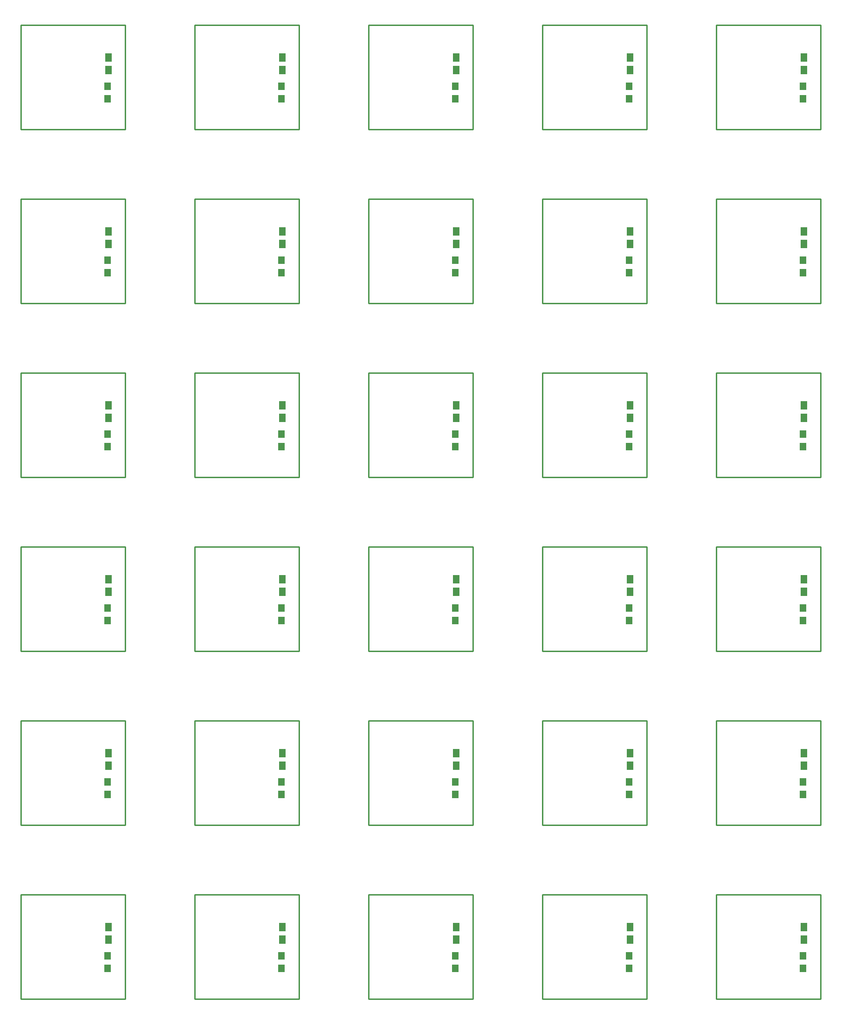
<source format=gtp>
G04*
G04 #@! TF.GenerationSoftware,Altium Limited,Altium Designer,20.0.13 (296)*
G04*
G04 Layer_Color=8421504*
%FSLAX25Y25*%
%MOIN*%
G70*
G01*
G75*
%ADD10R,0.04500X0.05500*%
%ADD11R,0.05000X0.06000*%
%ADD12C,0.01000*%
D10*
X62500Y22000D02*
D03*
Y31000D02*
D03*
X187500Y22000D02*
D03*
Y31000D02*
D03*
X312500Y22000D02*
D03*
Y31000D02*
D03*
X437500Y22000D02*
D03*
Y31000D02*
D03*
X562500Y22000D02*
D03*
Y31000D02*
D03*
X62500Y147000D02*
D03*
Y156000D02*
D03*
X187500Y147000D02*
D03*
Y156000D02*
D03*
X312500Y147000D02*
D03*
Y156000D02*
D03*
X437500Y147000D02*
D03*
Y156000D02*
D03*
X562500Y147000D02*
D03*
Y156000D02*
D03*
X62500Y272000D02*
D03*
Y281000D02*
D03*
X187500Y272000D02*
D03*
Y281000D02*
D03*
X312500Y272000D02*
D03*
Y281000D02*
D03*
X437500Y272000D02*
D03*
Y281000D02*
D03*
X562500Y272000D02*
D03*
Y281000D02*
D03*
X62500Y397000D02*
D03*
Y406000D02*
D03*
X187500Y397000D02*
D03*
Y406000D02*
D03*
X312500Y397000D02*
D03*
Y406000D02*
D03*
X437500Y397000D02*
D03*
Y406000D02*
D03*
X562500Y397000D02*
D03*
Y406000D02*
D03*
X62500Y522000D02*
D03*
Y531000D02*
D03*
X187500Y522000D02*
D03*
Y531000D02*
D03*
X312500Y522000D02*
D03*
Y531000D02*
D03*
X437500Y522000D02*
D03*
Y531000D02*
D03*
X562500Y522000D02*
D03*
Y531000D02*
D03*
X62500Y647000D02*
D03*
Y656000D02*
D03*
X187500Y647000D02*
D03*
Y656000D02*
D03*
X312500Y647000D02*
D03*
Y656000D02*
D03*
X437500Y647000D02*
D03*
Y656000D02*
D03*
X562500Y647000D02*
D03*
Y656000D02*
D03*
D11*
X63000Y51500D02*
D03*
Y42500D02*
D03*
X188000Y51500D02*
D03*
Y42500D02*
D03*
X313000Y51500D02*
D03*
Y42500D02*
D03*
X438000Y51500D02*
D03*
Y42500D02*
D03*
X563000Y51500D02*
D03*
Y42500D02*
D03*
X63000Y176500D02*
D03*
Y167500D02*
D03*
X188000Y176500D02*
D03*
Y167500D02*
D03*
X313000Y176500D02*
D03*
Y167500D02*
D03*
X438000Y176500D02*
D03*
Y167500D02*
D03*
X563000Y176500D02*
D03*
Y167500D02*
D03*
X63000Y301500D02*
D03*
Y292500D02*
D03*
X188000Y301500D02*
D03*
Y292500D02*
D03*
X313000Y301500D02*
D03*
Y292500D02*
D03*
X438000Y301500D02*
D03*
Y292500D02*
D03*
X563000Y301500D02*
D03*
Y292500D02*
D03*
X63000Y426500D02*
D03*
Y417500D02*
D03*
X188000Y426500D02*
D03*
Y417500D02*
D03*
X313000Y426500D02*
D03*
Y417500D02*
D03*
X438000Y426500D02*
D03*
Y417500D02*
D03*
X563000Y426500D02*
D03*
Y417500D02*
D03*
X63000Y551500D02*
D03*
Y542500D02*
D03*
X188000Y551500D02*
D03*
Y542500D02*
D03*
X313000Y551500D02*
D03*
Y542500D02*
D03*
X438000Y551500D02*
D03*
Y542500D02*
D03*
X563000Y551500D02*
D03*
Y542500D02*
D03*
X63000Y676500D02*
D03*
Y667500D02*
D03*
X188000Y676500D02*
D03*
Y667500D02*
D03*
X313000Y676500D02*
D03*
Y667500D02*
D03*
X438000Y676500D02*
D03*
Y667500D02*
D03*
X563000Y676500D02*
D03*
Y667500D02*
D03*
D12*
X0Y0D02*
Y75000D01*
X75000D01*
Y0D02*
Y75000D01*
X0Y0D02*
X75000D01*
X125000D02*
Y75000D01*
X200000D01*
Y0D02*
Y75000D01*
X125000Y0D02*
X200000D01*
X250000D02*
Y75000D01*
X325000D01*
Y0D02*
Y75000D01*
X250000Y0D02*
X325000D01*
X375000D02*
Y75000D01*
X450000D01*
Y0D02*
Y75000D01*
X375000Y0D02*
X450000D01*
X500000D02*
Y75000D01*
X575000D01*
Y0D02*
Y75000D01*
X500000Y0D02*
X575000D01*
X0Y125000D02*
Y200000D01*
X75000D01*
Y125000D02*
Y200000D01*
X0Y125000D02*
X75000D01*
X125000D02*
Y200000D01*
X200000D01*
Y125000D02*
Y200000D01*
X125000Y125000D02*
X200000D01*
X250000D02*
Y200000D01*
X325000D01*
Y125000D02*
Y200000D01*
X250000Y125000D02*
X325000D01*
X375000D02*
Y200000D01*
X450000D01*
Y125000D02*
Y200000D01*
X375000Y125000D02*
X450000D01*
X500000D02*
Y200000D01*
X575000D01*
Y125000D02*
Y200000D01*
X500000Y125000D02*
X575000D01*
X0Y250000D02*
Y325000D01*
X75000D01*
Y250000D02*
Y325000D01*
X0Y250000D02*
X75000D01*
X125000D02*
Y325000D01*
X200000D01*
Y250000D02*
Y325000D01*
X125000Y250000D02*
X200000D01*
X250000D02*
Y325000D01*
X325000D01*
Y250000D02*
Y325000D01*
X250000Y250000D02*
X325000D01*
X375000D02*
Y325000D01*
X450000D01*
Y250000D02*
Y325000D01*
X375000Y250000D02*
X450000D01*
X500000D02*
Y325000D01*
X575000D01*
Y250000D02*
Y325000D01*
X500000Y250000D02*
X575000D01*
X0Y375000D02*
Y450000D01*
X75000D01*
Y375000D02*
Y450000D01*
X0Y375000D02*
X75000D01*
X125000D02*
Y450000D01*
X200000D01*
Y375000D02*
Y450000D01*
X125000Y375000D02*
X200000D01*
X250000D02*
Y450000D01*
X325000D01*
Y375000D02*
Y450000D01*
X250000Y375000D02*
X325000D01*
X375000D02*
Y450000D01*
X450000D01*
Y375000D02*
Y450000D01*
X375000Y375000D02*
X450000D01*
X500000D02*
Y450000D01*
X575000D01*
Y375000D02*
Y450000D01*
X500000Y375000D02*
X575000D01*
X0Y500000D02*
Y575000D01*
X75000D01*
Y500000D02*
Y575000D01*
X0Y500000D02*
X75000D01*
X125000D02*
Y575000D01*
X200000D01*
Y500000D02*
Y575000D01*
X125000Y500000D02*
X200000D01*
X250000D02*
Y575000D01*
X325000D01*
Y500000D02*
Y575000D01*
X250000Y500000D02*
X325000D01*
X375000D02*
Y575000D01*
X450000D01*
Y500000D02*
Y575000D01*
X375000Y500000D02*
X450000D01*
X500000D02*
Y575000D01*
X575000D01*
Y500000D02*
Y575000D01*
X500000Y500000D02*
X575000D01*
X0Y625000D02*
Y700000D01*
X75000D01*
Y625000D02*
Y700000D01*
X0Y625000D02*
X75000D01*
X125000D02*
Y700000D01*
X200000D01*
Y625000D02*
Y700000D01*
X125000Y625000D02*
X200000D01*
X250000D02*
Y700000D01*
X325000D01*
Y625000D02*
Y700000D01*
X250000Y625000D02*
X325000D01*
X375000D02*
Y700000D01*
X450000D01*
Y625000D02*
Y700000D01*
X375000Y625000D02*
X450000D01*
X500000D02*
Y700000D01*
X575000D01*
Y625000D02*
Y700000D01*
X500000Y625000D02*
X575000D01*
M02*

</source>
